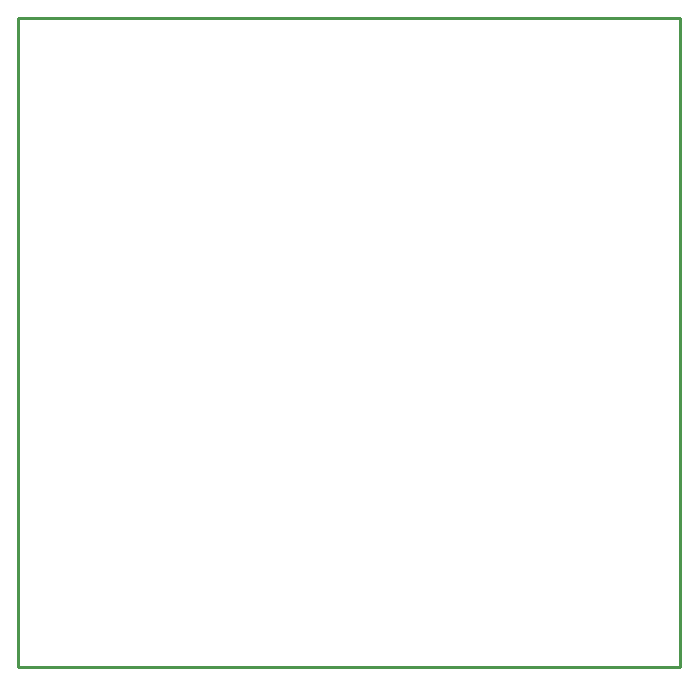
<source format=gbr>
G04 EAGLE Gerber RS-274X export*
G75*
%MOMM*%
%FSLAX34Y34*%
%LPD*%
%IN*%
%IPPOS*%
%AMOC8*
5,1,8,0,0,1.08239X$1,22.5*%
G01*
%ADD10C,0.254000*%


D10*
X10000Y200000D02*
X570000Y200000D01*
X570000Y750000D01*
X10000Y750000D01*
X10000Y200000D01*
M02*

</source>
